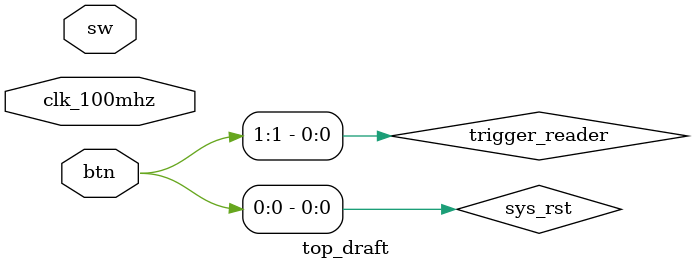
<source format=sv>
`default_nettype none // prevents system from inferring an undeclared logic (good practice)

`ifdef SYNTHESIS
`define FPATH(X) `"X`"
`else /* ! SYNTHESIS */
`define FPATH(X) `"../../data/X`"
`endif  /* ! SYNTHESIS */

module top_draft
    (
        input wire          clk_100mhz, //100 MHz onboard clock
        input wire [15:0]   sw, //all 16 input slide switches
        input wire [3:0]    btn //all four momentary button switches
        // output logic [15:0] led, //16 green output LEDs (located right above switches)
        // output logic [2:0]  rgb0, //RGB channels of RGB LED0
        // output logic [2:0]  rgb1, //RGB channels of RGB LED1
        // //  input wire          cipo, // SPI controller-in peripheral-out
        // output logic [3:0]  copi,
        // output logic        dclk, cs, // SPI controller output signals
        // // seven segment
        // output logic [3:0]  ss0_an,//anode control for upper four digits of seven-seg display
        // output logic [3:0]  ss1_an,//anode control for lower four digits of seven-seg display
        // output logic [6:0]  ss0_c, //cathode controls for the segments of upper four digits
        // output logic [6:0]  ss1_c //cathod controls for the segments of lower four digits
    );

    //shut up those rgb LEDs for now (active high):
    // assign rgb1 = 0; //set to 0.
    // assign rgb0 = 0; //set to 0.

    //have btnd control system reset
    logic               sys_rst;
    assign sys_rst = btn[0];

    // logic [6:0] ss_c; //used to grab output cathode signal for 7s leds
    // assign ss0_c = ss_c;
    // assign ss1_c = ss_c;

    // logic [1:0] btn_pulses;
    // pulser #(2) mpulser (
    //     .clk_in(clk_100mhz),
    //     .rst_in(sys_rst),
    //     .inputs(btn[1:0]),
    //     .outputs(btn_pulses)
    // );

    localparam RAM_WIDTH = 16;
    localparam PARTICLE_COUNT = 1;
    localparam PARTICLE_COUNTER_SIZE = $clog2(PARTICLE_COUNT);

    localparam DIMS = 1; // x, y, z
    localparam ELEMENTS = PARTICLE_COUNT * DIMS * 2;
    localparam ADDR_WIDTH = $clog2(ELEMENTS);
    
    // Reader gets port A
    // logic [RAM_WIDTH-1:0]     dina;
    logic [RAM_WIDTH-1:0]     douta;
    logic [ADDR_WIDTH-1:0]     addra;
    logic wea; // write enable
    logic ena; // enable
    
    // Updater gets port B
    logic [RAM_WIDTH-1:0]     dinb;
    logic [RAM_WIDTH-1:0]     doutb;
    logic [ADDR_WIDTH-1:0]     addrb;
    logic web; // write enable
    logic enb; // enable
    
    // Particle Buffer
    // MEMORY FORMAT:
    // 0: p0_x, p0_y, p0_z, p0_vx, p0_vy, p0_vz
    // 96: p1_x, p1_y, p1_z, p1_vx, p1_vy, p1_vz
    xilinx_true_dual_port_read_first_2_clock_ram #(
        .RAM_WIDTH(RAM_WIDTH),
        .RAM_DEPTH(ELEMENTS),
        .INIT_FILE(`FPATH(particle.mem))
        // .RAM_PERFORMANCE("LOW_LATENCY")
        ) particle_buffer (
        // PORT A
        .addra(addra), // only reading from first for now
        .dina({RAM_WIDTH{1'b0}}), // we only use port A for reads!
        .clka(clk_100mhz),
        .wea(wea), // read only
        .ena(ena),
        .rsta(sys_rst), // disabling reset
        .regcea(1'b1),
        .douta(douta),
        // PORT B
        .addrb(addrb),
        .dinb(dinb),
        .clkb(clk_100mhz),
        .web(web), 
        .enb(enb),
        .rstb(sys_rst),
        .regceb(1'b1),
        .doutb(doutb) // we only use port B for writes!
    );

    logic trigger_update, update_finished;
    logic [PARTICLE_COUNTER_SIZE-1:0] particle_idx;
    logic [RAM_WIDTH-1:0] updater_out;

    logic trigger_reader;
    assign trigger_reader = btn[1]; // trigger reader with button 1

    // Reader
    reader #(
        .ADDR_WIDTH(ADDR_WIDTH),
        .DATA_WIDTH(RAM_WIDTH),
        .PARTICLE_COUNTER_SIZE(PARTICLE_COUNTER_SIZE),
        .RAM_PERFORMANCE("HIGH_PERFORMANCE")
    ) mreader (
        .clk_in(clk_100mhz),
        .rst(sys_rst),
        // memory
        .trigger(trigger_reader),
        .mem_in(douta),
        .addr_out(addra), 
        .mem_write_enable(wea),
        .mem_enable(ena),
        // updater
        .update_finished(update_finished),
        .updater_out(updater_out),  
        .particle_idx(particle_idx),
        .trigger_update(trigger_update)
    );

    // Updater
    updater #(
        .ADDR_WIDTH(ADDR_WIDTH),
        .DATA_WIDTH(RAM_WIDTH),
        .PARTICLE_COUNTER_SIZE(PARTICLE_COUNTER_SIZE),
        .RAM_PERFORMANCE("HIGH_PERFORMANCE")
    ) mupdater (
        .clk_in(clk_100mhz),
        .rst(sys_rst),
        // reader
        .reader_in(updater_out), 
        .particle_idx(particle_idx),
        .trigger_update(trigger_update),
        .update_finished(update_finished),
        // memory
        .mem_in(doutb), 
        .addr_out(addrb), 
        .mem_out(dinb),
        .mem_write_enable(web),
        .mem_enable(enb)
    );
    
    // Frame Timer
    // start with 10 Hz, so that we are always in sync with the rendering FPGA, per second
    // logic [31:0] frame_counter;
    // counter frame_ticker ( 
    //     .clk_in(clk_100mhz),
    //     .rst_in(sys_rst),
    //     .period_in(100_000_000), // 100 MHz / 10 = 10_000_000
    //     .count_out(frame_counter)
    // );

    // logic start_frame;
    // always_ff @( posedge clk_100mhz ) begin : frame_start
    //     if (sys_rst) begin
    //         start_frame <= 0;
    //     end else if (frame_counter == 0) begin
    //         start_frame <= 1;
    //     end else begin
    //         start_frame <= 0;
    //     end
    // end

endmodule // top_level



`default_nettype wire
</source>
